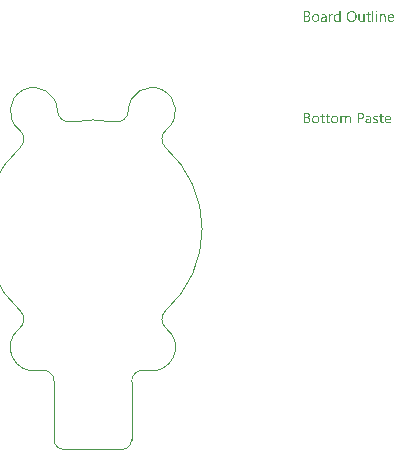
<source format=gbp>
G04*
G04 #@! TF.GenerationSoftware,Altium Limited,Altium Designer,21.9.2 (33)*
G04*
G04 Layer_Color=128*
%FSAX25Y25*%
%MOIN*%
G70*
G04*
G04 #@! TF.SameCoordinates,A6586CB6-8B30-4D09-AE0A-FB24D08DFB98*
G04*
G04*
G04 #@! TF.FilePolarity,Positive*
G04*
G01*
G75*
%ADD12C,0.00394*%
G36*
X0094583Y0072803D02*
X0094608D01*
X0094664Y0072779D01*
X0094695Y0072760D01*
X0094726Y0072735D01*
X0094732Y0072729D01*
X0094738Y0072723D01*
X0094769Y0072686D01*
X0094794Y0072624D01*
X0094800Y0072587D01*
X0094806Y0072550D01*
Y0072543D01*
Y0072531D01*
X0094800Y0072513D01*
X0094794Y0072488D01*
X0094775Y0072426D01*
X0094750Y0072395D01*
X0094726Y0072364D01*
X0094719D01*
X0094713Y0072351D01*
X0094676Y0072327D01*
X0094620Y0072302D01*
X0094583Y0072296D01*
X0094546Y0072290D01*
X0094527D01*
X0094509Y0072296D01*
X0094484D01*
X0094422Y0072321D01*
X0094391Y0072333D01*
X0094360Y0072358D01*
Y0072364D01*
X0094348Y0072370D01*
X0094336Y0072389D01*
X0094323Y0072407D01*
X0094298Y0072469D01*
X0094292Y0072506D01*
X0094286Y0072550D01*
Y0072556D01*
Y0072568D01*
X0094292Y0072587D01*
X0094298Y0072618D01*
X0094317Y0072673D01*
X0094336Y0072704D01*
X0094360Y0072735D01*
X0094366Y0072742D01*
X0094373Y0072748D01*
X0094410Y0072772D01*
X0094472Y0072797D01*
X0094509Y0072810D01*
X0094564D01*
X0094583Y0072803D01*
D02*
G37*
G36*
X0082593Y0069139D02*
X0082191D01*
Y0069560D01*
X0082178D01*
Y0069554D01*
X0082166Y0069541D01*
X0082147Y0069516D01*
X0082129Y0069485D01*
X0082098Y0069448D01*
X0082061Y0069411D01*
X0082017Y0069368D01*
X0081968Y0069325D01*
X0081912Y0069275D01*
X0081844Y0069232D01*
X0081776Y0069195D01*
X0081695Y0069157D01*
X0081615Y0069126D01*
X0081522Y0069102D01*
X0081423Y0069089D01*
X0081318Y0069083D01*
X0081275D01*
X0081238Y0069089D01*
X0081200Y0069096D01*
X0081151Y0069102D01*
X0081046Y0069126D01*
X0080922Y0069164D01*
X0080798Y0069226D01*
X0080730Y0069263D01*
X0080674Y0069306D01*
X0080612Y0069362D01*
X0080557Y0069417D01*
Y0069424D01*
X0080544Y0069436D01*
X0080532Y0069455D01*
X0080513Y0069479D01*
X0080495Y0069510D01*
X0080470Y0069554D01*
X0080445Y0069603D01*
X0080420Y0069659D01*
X0080389Y0069721D01*
X0080365Y0069789D01*
X0080340Y0069863D01*
X0080321Y0069944D01*
X0080303Y0070030D01*
X0080290Y0070129D01*
X0080284Y0070228D01*
X0080278Y0070334D01*
Y0070340D01*
Y0070358D01*
Y0070395D01*
X0080284Y0070439D01*
X0080290Y0070488D01*
X0080297Y0070550D01*
X0080303Y0070618D01*
X0080315Y0070693D01*
X0080352Y0070854D01*
X0080408Y0071021D01*
X0080445Y0071101D01*
X0080489Y0071182D01*
X0080532Y0071256D01*
X0080588Y0071330D01*
X0080594Y0071336D01*
X0080600Y0071349D01*
X0080618Y0071367D01*
X0080643Y0071392D01*
X0080674Y0071417D01*
X0080717Y0071448D01*
X0080761Y0071485D01*
X0080810Y0071522D01*
X0080934Y0071590D01*
X0081077Y0071652D01*
X0081157Y0071671D01*
X0081244Y0071689D01*
X0081330Y0071702D01*
X0081429Y0071708D01*
X0081479D01*
X0081516Y0071702D01*
X0081553Y0071695D01*
X0081603Y0071689D01*
X0081714Y0071658D01*
X0081838Y0071609D01*
X0081900Y0071578D01*
X0081962Y0071534D01*
X0082024Y0071491D01*
X0082079Y0071435D01*
X0082129Y0071373D01*
X0082178Y0071299D01*
X0082191D01*
Y0072859D01*
X0082593D01*
Y0069139D01*
D02*
G37*
G36*
X0096861Y0071702D02*
X0096935Y0071695D01*
X0097028Y0071677D01*
X0097127Y0071646D01*
X0097232Y0071596D01*
X0097338Y0071528D01*
X0097381Y0071491D01*
X0097424Y0071442D01*
X0097437Y0071429D01*
X0097461Y0071392D01*
X0097492Y0071330D01*
X0097536Y0071244D01*
X0097573Y0071138D01*
X0097610Y0071008D01*
X0097635Y0070854D01*
X0097641Y0070674D01*
Y0069139D01*
X0097239D01*
Y0070569D01*
Y0070575D01*
Y0070606D01*
X0097232Y0070643D01*
Y0070693D01*
X0097220Y0070754D01*
X0097208Y0070823D01*
X0097189Y0070897D01*
X0097164Y0070971D01*
X0097133Y0071045D01*
X0097096Y0071114D01*
X0097047Y0071182D01*
X0096991Y0071244D01*
X0096929Y0071293D01*
X0096849Y0071330D01*
X0096762Y0071361D01*
X0096657Y0071367D01*
X0096644D01*
X0096607Y0071361D01*
X0096552Y0071355D01*
X0096483Y0071336D01*
X0096403Y0071312D01*
X0096316Y0071268D01*
X0096236Y0071213D01*
X0096155Y0071138D01*
X0096149Y0071126D01*
X0096124Y0071101D01*
X0096093Y0071052D01*
X0096056Y0070983D01*
X0096019Y0070903D01*
X0095988Y0070804D01*
X0095964Y0070693D01*
X0095957Y0070569D01*
Y0069139D01*
X0095555D01*
Y0071652D01*
X0095957D01*
Y0071231D01*
X0095970D01*
X0095976Y0071237D01*
X0095982Y0071250D01*
X0096001Y0071275D01*
X0096025Y0071305D01*
X0096050Y0071342D01*
X0096087Y0071380D01*
X0096131Y0071423D01*
X0096180Y0071473D01*
X0096236Y0071516D01*
X0096298Y0071559D01*
X0096366Y0071596D01*
X0096440Y0071633D01*
X0096514Y0071664D01*
X0096601Y0071689D01*
X0096694Y0071702D01*
X0096793Y0071708D01*
X0096830D01*
X0096861Y0071702D01*
D02*
G37*
G36*
X0079863Y0071689D02*
X0079937Y0071683D01*
X0079981Y0071671D01*
X0080012Y0071658D01*
Y0071244D01*
X0080006Y0071250D01*
X0079993Y0071256D01*
X0079969Y0071268D01*
X0079937Y0071287D01*
X0079894Y0071299D01*
X0079839Y0071312D01*
X0079777Y0071318D01*
X0079708Y0071324D01*
X0079696D01*
X0079665Y0071318D01*
X0079616Y0071312D01*
X0079560Y0071293D01*
X0079486Y0071262D01*
X0079418Y0071219D01*
X0079343Y0071157D01*
X0079275Y0071076D01*
X0079269Y0071064D01*
X0079251Y0071033D01*
X0079220Y0070977D01*
X0079189Y0070903D01*
X0079158Y0070810D01*
X0079127Y0070693D01*
X0079108Y0070563D01*
X0079102Y0070414D01*
Y0069139D01*
X0078699D01*
Y0071652D01*
X0079102D01*
Y0071132D01*
X0079114D01*
Y0071138D01*
X0079120Y0071144D01*
X0079133Y0071175D01*
X0079151Y0071225D01*
X0079182Y0071287D01*
X0079213Y0071349D01*
X0079263Y0071417D01*
X0079312Y0071485D01*
X0079374Y0071547D01*
X0079380Y0071553D01*
X0079405Y0071572D01*
X0079442Y0071596D01*
X0079492Y0071621D01*
X0079548Y0071646D01*
X0079616Y0071671D01*
X0079690Y0071689D01*
X0079770Y0071695D01*
X0079826D01*
X0079863Y0071689D01*
D02*
G37*
G36*
X0090603Y0069139D02*
X0090201D01*
Y0069535D01*
X0090188D01*
Y0069529D01*
X0090176Y0069516D01*
X0090163Y0069492D01*
X0090139Y0069467D01*
X0090083Y0069393D01*
X0089996Y0069312D01*
X0089947Y0069269D01*
X0089891Y0069226D01*
X0089829Y0069188D01*
X0089755Y0069151D01*
X0089681Y0069126D01*
X0089600Y0069102D01*
X0089507Y0069089D01*
X0089414Y0069083D01*
X0089377D01*
X0089334Y0069089D01*
X0089272Y0069102D01*
X0089204Y0069114D01*
X0089130Y0069139D01*
X0089049Y0069170D01*
X0088969Y0069219D01*
X0088882Y0069275D01*
X0088802Y0069343D01*
X0088727Y0069430D01*
X0088659Y0069535D01*
X0088597Y0069653D01*
X0088554Y0069795D01*
X0088529Y0069962D01*
X0088517Y0070049D01*
Y0070148D01*
Y0071652D01*
X0088913D01*
Y0070210D01*
Y0070204D01*
Y0070179D01*
X0088919Y0070135D01*
X0088925Y0070086D01*
X0088932Y0070024D01*
X0088944Y0069962D01*
X0088963Y0069888D01*
X0088987Y0069814D01*
X0089025Y0069739D01*
X0089062Y0069671D01*
X0089111Y0069603D01*
X0089173Y0069541D01*
X0089241Y0069492D01*
X0089322Y0069455D01*
X0089421Y0069424D01*
X0089526Y0069417D01*
X0089538D01*
X0089575Y0069424D01*
X0089631Y0069430D01*
X0089693Y0069442D01*
X0089773Y0069473D01*
X0089854Y0069510D01*
X0089934Y0069560D01*
X0090009Y0069634D01*
X0090015Y0069647D01*
X0090040Y0069671D01*
X0090071Y0069721D01*
X0090108Y0069789D01*
X0090139Y0069869D01*
X0090170Y0069968D01*
X0090194Y0070080D01*
X0090201Y0070204D01*
Y0071652D01*
X0090603D01*
Y0069139D01*
D02*
G37*
G36*
X0094738D02*
X0094336D01*
Y0071652D01*
X0094738D01*
Y0069139D01*
D02*
G37*
G36*
X0093518D02*
X0093116D01*
Y0072859D01*
X0093518D01*
Y0069139D01*
D02*
G37*
G36*
X0077140Y0071702D02*
X0077195Y0071695D01*
X0077263Y0071677D01*
X0077338Y0071658D01*
X0077418Y0071627D01*
X0077505Y0071590D01*
X0077585Y0071541D01*
X0077666Y0071479D01*
X0077740Y0071404D01*
X0077808Y0071312D01*
X0077864Y0071206D01*
X0077907Y0071083D01*
X0077932Y0070940D01*
X0077944Y0070773D01*
Y0069139D01*
X0077542D01*
Y0069529D01*
X0077530D01*
Y0069523D01*
X0077517Y0069510D01*
X0077505Y0069485D01*
X0077480Y0069461D01*
X0077418Y0069387D01*
X0077338Y0069306D01*
X0077226Y0069226D01*
X0077096Y0069151D01*
X0077016Y0069126D01*
X0076935Y0069102D01*
X0076849Y0069089D01*
X0076756Y0069083D01*
X0076719D01*
X0076694Y0069089D01*
X0076626Y0069096D01*
X0076545Y0069108D01*
X0076446Y0069133D01*
X0076354Y0069164D01*
X0076254Y0069213D01*
X0076168Y0069275D01*
X0076162Y0069288D01*
X0076137Y0069312D01*
X0076100Y0069356D01*
X0076063Y0069417D01*
X0076025Y0069492D01*
X0075988Y0069578D01*
X0075964Y0069684D01*
X0075957Y0069801D01*
Y0069807D01*
Y0069832D01*
X0075964Y0069869D01*
X0075970Y0069913D01*
X0075982Y0069968D01*
X0076001Y0070030D01*
X0076025Y0070098D01*
X0076063Y0070166D01*
X0076106Y0070241D01*
X0076162Y0070315D01*
X0076230Y0070383D01*
X0076310Y0070445D01*
X0076403Y0070507D01*
X0076515Y0070556D01*
X0076638Y0070594D01*
X0076787Y0070625D01*
X0077542Y0070730D01*
Y0070736D01*
Y0070754D01*
X0077536Y0070792D01*
Y0070829D01*
X0077523Y0070878D01*
X0077517Y0070934D01*
X0077480Y0071052D01*
X0077449Y0071107D01*
X0077418Y0071163D01*
X0077375Y0071219D01*
X0077325Y0071268D01*
X0077263Y0071312D01*
X0077195Y0071342D01*
X0077115Y0071361D01*
X0077022Y0071367D01*
X0076979D01*
X0076948Y0071361D01*
X0076904D01*
X0076861Y0071349D01*
X0076750Y0071330D01*
X0076626Y0071293D01*
X0076490Y0071237D01*
X0076415Y0071200D01*
X0076347Y0071163D01*
X0076273Y0071114D01*
X0076205Y0071058D01*
Y0071473D01*
X0076211D01*
X0076224Y0071485D01*
X0076242Y0071497D01*
X0076273Y0071510D01*
X0076304Y0071528D01*
X0076347Y0071547D01*
X0076397Y0071565D01*
X0076453Y0071590D01*
X0076576Y0071633D01*
X0076725Y0071671D01*
X0076886Y0071695D01*
X0077059Y0071708D01*
X0077096D01*
X0077140Y0071702D01*
D02*
G37*
G36*
X0071451Y0072649D02*
X0071494D01*
X0071538Y0072642D01*
X0071637Y0072630D01*
X0071754Y0072599D01*
X0071878Y0072562D01*
X0071996Y0072506D01*
X0072101Y0072432D01*
X0072107D01*
X0072113Y0072420D01*
X0072144Y0072395D01*
X0072188Y0072345D01*
X0072237Y0072277D01*
X0072281Y0072191D01*
X0072324Y0072092D01*
X0072355Y0071980D01*
X0072367Y0071918D01*
Y0071850D01*
Y0071844D01*
Y0071838D01*
Y0071801D01*
X0072361Y0071745D01*
X0072349Y0071677D01*
X0072330Y0071590D01*
X0072299Y0071504D01*
X0072262Y0071417D01*
X0072206Y0071330D01*
X0072200Y0071318D01*
X0072175Y0071293D01*
X0072138Y0071256D01*
X0072089Y0071206D01*
X0072027Y0071157D01*
X0071952Y0071101D01*
X0071860Y0071058D01*
X0071761Y0071014D01*
Y0071008D01*
X0071779D01*
X0071798Y0071002D01*
X0071816Y0070996D01*
X0071884Y0070983D01*
X0071965Y0070959D01*
X0072052Y0070922D01*
X0072144Y0070878D01*
X0072237Y0070816D01*
X0072324Y0070736D01*
X0072336Y0070723D01*
X0072361Y0070693D01*
X0072392Y0070649D01*
X0072435Y0070581D01*
X0072472Y0070495D01*
X0072510Y0070395D01*
X0072534Y0070278D01*
X0072540Y0070148D01*
Y0070142D01*
Y0070129D01*
Y0070104D01*
X0072534Y0070074D01*
X0072528Y0070037D01*
X0072522Y0069993D01*
X0072497Y0069888D01*
X0072460Y0069770D01*
X0072404Y0069647D01*
X0072367Y0069591D01*
X0072324Y0069529D01*
X0072268Y0069473D01*
X0072212Y0069417D01*
X0072206D01*
X0072200Y0069405D01*
X0072181Y0069393D01*
X0072157Y0069374D01*
X0072126Y0069356D01*
X0072082Y0069331D01*
X0071990Y0069281D01*
X0071872Y0069226D01*
X0071736Y0069182D01*
X0071575Y0069151D01*
X0071494Y0069145D01*
X0071402Y0069139D01*
X0070374D01*
Y0072655D01*
X0071420D01*
X0071451Y0072649D01*
D02*
G37*
G36*
X0091946Y0071652D02*
X0092584D01*
Y0071305D01*
X0091946D01*
Y0069888D01*
Y0069876D01*
Y0069845D01*
X0091952Y0069801D01*
X0091958Y0069745D01*
X0091983Y0069628D01*
X0092002Y0069572D01*
X0092033Y0069529D01*
X0092039Y0069523D01*
X0092051Y0069510D01*
X0092070Y0069498D01*
X0092101Y0069479D01*
X0092138Y0069455D01*
X0092188Y0069442D01*
X0092250Y0069430D01*
X0092318Y0069424D01*
X0092342D01*
X0092373Y0069430D01*
X0092410Y0069436D01*
X0092497Y0069461D01*
X0092540Y0069479D01*
X0092584Y0069504D01*
Y0069157D01*
X0092577D01*
X0092559Y0069145D01*
X0092528Y0069139D01*
X0092485Y0069126D01*
X0092429Y0069114D01*
X0092367Y0069102D01*
X0092293Y0069096D01*
X0092206Y0069089D01*
X0092175D01*
X0092144Y0069096D01*
X0092101Y0069102D01*
X0092051Y0069114D01*
X0091996Y0069126D01*
X0091940Y0069151D01*
X0091878Y0069182D01*
X0091816Y0069219D01*
X0091754Y0069269D01*
X0091699Y0069325D01*
X0091649Y0069399D01*
X0091606Y0069479D01*
X0091575Y0069578D01*
X0091550Y0069690D01*
X0091544Y0069820D01*
Y0071305D01*
X0091117D01*
Y0071652D01*
X0091544D01*
Y0072265D01*
X0091946Y0072395D01*
Y0071652D01*
D02*
G37*
G36*
X0099473Y0071702D02*
X0099516Y0071695D01*
X0099560Y0071689D01*
X0099671Y0071671D01*
X0099795Y0071627D01*
X0099919Y0071572D01*
X0099981Y0071534D01*
X0100043Y0071491D01*
X0100098Y0071442D01*
X0100154Y0071386D01*
X0100160Y0071380D01*
X0100166Y0071373D01*
X0100179Y0071355D01*
X0100197Y0071330D01*
X0100216Y0071293D01*
X0100241Y0071256D01*
X0100266Y0071213D01*
X0100290Y0071157D01*
X0100315Y0071095D01*
X0100340Y0071033D01*
X0100364Y0070959D01*
X0100383Y0070878D01*
X0100402Y0070792D01*
X0100414Y0070705D01*
X0100426Y0070606D01*
Y0070501D01*
Y0070290D01*
X0098650D01*
Y0070284D01*
Y0070272D01*
Y0070253D01*
X0098656Y0070222D01*
X0098662Y0070185D01*
Y0070148D01*
X0098681Y0070049D01*
X0098712Y0069950D01*
X0098749Y0069838D01*
X0098805Y0069733D01*
X0098873Y0069640D01*
X0098885Y0069628D01*
X0098910Y0069603D01*
X0098959Y0069572D01*
X0099028Y0069529D01*
X0099114Y0069485D01*
X0099213Y0069455D01*
X0099331Y0069430D01*
X0099467Y0069417D01*
X0099510D01*
X0099541Y0069424D01*
X0099578D01*
X0099622Y0069430D01*
X0099727Y0069455D01*
X0099845Y0069485D01*
X0099975Y0069535D01*
X0100111Y0069603D01*
X0100179Y0069647D01*
X0100247Y0069696D01*
Y0069318D01*
X0100241D01*
X0100235Y0069306D01*
X0100216Y0069300D01*
X0100185Y0069281D01*
X0100154Y0069263D01*
X0100117Y0069244D01*
X0100067Y0069226D01*
X0100018Y0069201D01*
X0099956Y0069176D01*
X0099888Y0069157D01*
X0099739Y0069120D01*
X0099566Y0069096D01*
X0099374Y0069083D01*
X0099325D01*
X0099287Y0069089D01*
X0099244Y0069096D01*
X0099189Y0069102D01*
X0099071Y0069126D01*
X0098935Y0069164D01*
X0098799Y0069226D01*
X0098730Y0069269D01*
X0098662Y0069312D01*
X0098600Y0069362D01*
X0098539Y0069424D01*
X0098532Y0069430D01*
X0098526Y0069442D01*
X0098514Y0069461D01*
X0098489Y0069485D01*
X0098470Y0069523D01*
X0098446Y0069566D01*
X0098415Y0069616D01*
X0098390Y0069671D01*
X0098359Y0069733D01*
X0098334Y0069807D01*
X0098303Y0069888D01*
X0098285Y0069974D01*
X0098266Y0070067D01*
X0098248Y0070166D01*
X0098241Y0070272D01*
X0098235Y0070383D01*
Y0070389D01*
Y0070408D01*
Y0070439D01*
X0098241Y0070482D01*
X0098248Y0070532D01*
X0098254Y0070587D01*
X0098260Y0070655D01*
X0098278Y0070723D01*
X0098316Y0070872D01*
X0098371Y0071033D01*
X0098409Y0071114D01*
X0098458Y0071188D01*
X0098508Y0071268D01*
X0098563Y0071336D01*
X0098569Y0071342D01*
X0098582Y0071355D01*
X0098600Y0071373D01*
X0098625Y0071392D01*
X0098656Y0071423D01*
X0098693Y0071454D01*
X0098743Y0071485D01*
X0098792Y0071522D01*
X0098910Y0071590D01*
X0099052Y0071652D01*
X0099133Y0071671D01*
X0099213Y0071689D01*
X0099300Y0071702D01*
X0099393Y0071708D01*
X0099442D01*
X0099473Y0071702D01*
D02*
G37*
G36*
X0086431Y0072711D02*
X0086493Y0072704D01*
X0086567Y0072692D01*
X0086647Y0072673D01*
X0086734Y0072655D01*
X0086821Y0072630D01*
X0086920Y0072599D01*
X0087013Y0072556D01*
X0087112Y0072506D01*
X0087211Y0072451D01*
X0087304Y0072382D01*
X0087397Y0072308D01*
X0087483Y0072221D01*
X0087489Y0072215D01*
X0087502Y0072197D01*
X0087527Y0072172D01*
X0087551Y0072135D01*
X0087588Y0072085D01*
X0087625Y0072023D01*
X0087663Y0071955D01*
X0087706Y0071881D01*
X0087749Y0071788D01*
X0087787Y0071695D01*
X0087824Y0071590D01*
X0087861Y0071473D01*
X0087885Y0071355D01*
X0087910Y0071225D01*
X0087923Y0071083D01*
X0087929Y0070940D01*
Y0070928D01*
Y0070903D01*
Y0070860D01*
X0087923Y0070798D01*
X0087916Y0070723D01*
X0087904Y0070643D01*
X0087892Y0070550D01*
X0087873Y0070445D01*
X0087848Y0070340D01*
X0087817Y0070228D01*
X0087780Y0070117D01*
X0087737Y0070006D01*
X0087681Y0069888D01*
X0087619Y0069783D01*
X0087551Y0069677D01*
X0087471Y0069578D01*
X0087465Y0069572D01*
X0087452Y0069560D01*
X0087421Y0069535D01*
X0087390Y0069504D01*
X0087341Y0069461D01*
X0087285Y0069424D01*
X0087223Y0069374D01*
X0087149Y0069331D01*
X0087068Y0069288D01*
X0086976Y0069238D01*
X0086876Y0069201D01*
X0086765Y0069164D01*
X0086647Y0069126D01*
X0086524Y0069102D01*
X0086394Y0069089D01*
X0086251Y0069083D01*
X0086220D01*
X0086177Y0069089D01*
X0086128D01*
X0086066Y0069096D01*
X0085991Y0069108D01*
X0085911Y0069126D01*
X0085818Y0069145D01*
X0085725Y0069170D01*
X0085626Y0069201D01*
X0085527Y0069244D01*
X0085428Y0069288D01*
X0085329Y0069343D01*
X0085230Y0069411D01*
X0085137Y0069485D01*
X0085050Y0069572D01*
X0085044Y0069578D01*
X0085032Y0069597D01*
X0085007Y0069622D01*
X0084982Y0069659D01*
X0084945Y0069708D01*
X0084908Y0069770D01*
X0084871Y0069838D01*
X0084828Y0069919D01*
X0084784Y0070006D01*
X0084747Y0070098D01*
X0084710Y0070204D01*
X0084673Y0070321D01*
X0084648Y0070439D01*
X0084623Y0070569D01*
X0084611Y0070711D01*
X0084605Y0070854D01*
Y0070866D01*
Y0070891D01*
X0084611Y0070934D01*
Y0070996D01*
X0084617Y0071064D01*
X0084630Y0071151D01*
X0084642Y0071244D01*
X0084661Y0071342D01*
X0084685Y0071448D01*
X0084716Y0071559D01*
X0084753Y0071671D01*
X0084797Y0071782D01*
X0084852Y0071893D01*
X0084914Y0072005D01*
X0084982Y0072110D01*
X0085063Y0072209D01*
X0085069Y0072215D01*
X0085081Y0072234D01*
X0085112Y0072259D01*
X0085150Y0072290D01*
X0085193Y0072327D01*
X0085249Y0072370D01*
X0085317Y0072413D01*
X0085391Y0072463D01*
X0085478Y0072513D01*
X0085571Y0072556D01*
X0085669Y0072599D01*
X0085781Y0072636D01*
X0085905Y0072667D01*
X0086035Y0072698D01*
X0086171Y0072711D01*
X0086313Y0072717D01*
X0086381D01*
X0086431Y0072711D01*
D02*
G37*
G36*
X0074404Y0071702D02*
X0074447Y0071695D01*
X0074503Y0071689D01*
X0074626Y0071664D01*
X0074769Y0071621D01*
X0074911Y0071559D01*
X0074986Y0071522D01*
X0075054Y0071479D01*
X0075122Y0071423D01*
X0075184Y0071361D01*
X0075190Y0071355D01*
X0075196Y0071342D01*
X0075215Y0071324D01*
X0075233Y0071299D01*
X0075258Y0071262D01*
X0075283Y0071219D01*
X0075314Y0071169D01*
X0075345Y0071114D01*
X0075369Y0071045D01*
X0075400Y0070977D01*
X0075425Y0070897D01*
X0075450Y0070810D01*
X0075468Y0070717D01*
X0075487Y0070618D01*
X0075493Y0070513D01*
X0075499Y0070402D01*
Y0070395D01*
Y0070377D01*
Y0070346D01*
X0075493Y0070303D01*
X0075487Y0070253D01*
X0075481Y0070191D01*
X0075468Y0070129D01*
X0075456Y0070055D01*
X0075419Y0069907D01*
X0075357Y0069745D01*
X0075320Y0069665D01*
X0075270Y0069585D01*
X0075221Y0069510D01*
X0075159Y0069442D01*
X0075153Y0069436D01*
X0075140Y0069430D01*
X0075122Y0069411D01*
X0075097Y0069387D01*
X0075060Y0069362D01*
X0075023Y0069331D01*
X0074973Y0069294D01*
X0074918Y0069263D01*
X0074856Y0069232D01*
X0074787Y0069195D01*
X0074713Y0069164D01*
X0074633Y0069139D01*
X0074546Y0069114D01*
X0074453Y0069102D01*
X0074354Y0069089D01*
X0074249Y0069083D01*
X0074193D01*
X0074156Y0069089D01*
X0074113Y0069096D01*
X0074057Y0069102D01*
X0073995Y0069114D01*
X0073927Y0069126D01*
X0073785Y0069170D01*
X0073636Y0069232D01*
X0073562Y0069269D01*
X0073494Y0069318D01*
X0073426Y0069368D01*
X0073358Y0069430D01*
X0073351Y0069436D01*
X0073345Y0069448D01*
X0073327Y0069467D01*
X0073308Y0069492D01*
X0073283Y0069529D01*
X0073252Y0069572D01*
X0073221Y0069622D01*
X0073197Y0069677D01*
X0073166Y0069745D01*
X0073135Y0069814D01*
X0073104Y0069888D01*
X0073079Y0069974D01*
X0073042Y0070160D01*
X0073036Y0070259D01*
X0073030Y0070364D01*
Y0070371D01*
Y0070395D01*
Y0070426D01*
X0073036Y0070470D01*
X0073042Y0070519D01*
X0073048Y0070581D01*
X0073061Y0070649D01*
X0073073Y0070723D01*
X0073110Y0070885D01*
X0073172Y0071045D01*
X0073215Y0071126D01*
X0073259Y0071206D01*
X0073308Y0071281D01*
X0073370Y0071349D01*
X0073376Y0071355D01*
X0073388Y0071367D01*
X0073407Y0071380D01*
X0073432Y0071404D01*
X0073469Y0071429D01*
X0073512Y0071460D01*
X0073562Y0071497D01*
X0073618Y0071528D01*
X0073680Y0071559D01*
X0073754Y0071596D01*
X0073828Y0071627D01*
X0073915Y0071652D01*
X0074001Y0071677D01*
X0074100Y0071695D01*
X0074206Y0071702D01*
X0074311Y0071708D01*
X0074366D01*
X0074404Y0071702D01*
D02*
G37*
G36*
X0094503Y0037843D02*
X0094583Y0037837D01*
X0094670Y0037825D01*
X0094769Y0037800D01*
X0094868Y0037775D01*
X0094967Y0037738D01*
Y0037330D01*
X0094955Y0037336D01*
X0094917Y0037361D01*
X0094862Y0037385D01*
X0094787Y0037422D01*
X0094695Y0037453D01*
X0094583Y0037484D01*
X0094459Y0037503D01*
X0094329Y0037509D01*
X0094261D01*
X0094199Y0037497D01*
X0094125Y0037484D01*
X0094119D01*
X0094113Y0037478D01*
X0094076Y0037466D01*
X0094026Y0037441D01*
X0093970Y0037410D01*
X0093958Y0037404D01*
X0093933Y0037379D01*
X0093902Y0037342D01*
X0093871Y0037299D01*
X0093865Y0037286D01*
X0093853Y0037255D01*
X0093840Y0037212D01*
X0093834Y0037156D01*
Y0037150D01*
Y0037138D01*
Y0037119D01*
X0093840Y0037100D01*
X0093853Y0037045D01*
X0093871Y0036989D01*
X0093877Y0036977D01*
X0093896Y0036952D01*
X0093933Y0036915D01*
X0093976Y0036871D01*
X0093983D01*
X0093989Y0036865D01*
X0094026Y0036841D01*
X0094076Y0036810D01*
X0094144Y0036779D01*
X0094150D01*
X0094162Y0036772D01*
X0094181Y0036766D01*
X0094212Y0036754D01*
X0094280Y0036729D01*
X0094366Y0036692D01*
X0094373D01*
X0094397Y0036680D01*
X0094428Y0036667D01*
X0094466Y0036655D01*
X0094564Y0036612D01*
X0094664Y0036562D01*
X0094670D01*
X0094688Y0036550D01*
X0094713Y0036537D01*
X0094744Y0036519D01*
X0094818Y0036469D01*
X0094893Y0036407D01*
X0094899Y0036401D01*
X0094911Y0036395D01*
X0094924Y0036376D01*
X0094948Y0036351D01*
X0094992Y0036290D01*
X0095035Y0036209D01*
Y0036203D01*
X0095041Y0036191D01*
X0095053Y0036166D01*
X0095060Y0036135D01*
X0095072Y0036098D01*
X0095078Y0036054D01*
X0095085Y0035949D01*
Y0035943D01*
Y0035918D01*
X0095078Y0035881D01*
X0095072Y0035838D01*
X0095066Y0035788D01*
X0095047Y0035732D01*
X0095029Y0035683D01*
X0094998Y0035627D01*
X0094992Y0035621D01*
X0094985Y0035603D01*
X0094967Y0035578D01*
X0094942Y0035547D01*
X0094911Y0035510D01*
X0094874Y0035473D01*
X0094781Y0035398D01*
X0094775Y0035392D01*
X0094756Y0035386D01*
X0094732Y0035367D01*
X0094688Y0035349D01*
X0094645Y0035324D01*
X0094589Y0035305D01*
X0094534Y0035287D01*
X0094466Y0035268D01*
X0094459D01*
X0094434Y0035262D01*
X0094397Y0035256D01*
X0094354Y0035250D01*
X0094292Y0035237D01*
X0094230Y0035231D01*
X0094088Y0035225D01*
X0094026D01*
X0093952Y0035231D01*
X0093859Y0035243D01*
X0093754Y0035262D01*
X0093642Y0035287D01*
X0093531Y0035318D01*
X0093419Y0035367D01*
Y0035801D01*
X0093426D01*
X0093432Y0035788D01*
X0093450Y0035776D01*
X0093475Y0035763D01*
X0093543Y0035726D01*
X0093636Y0035683D01*
X0093741Y0035634D01*
X0093865Y0035596D01*
X0094001Y0035572D01*
X0094144Y0035559D01*
X0094193D01*
X0094224Y0035565D01*
X0094311Y0035578D01*
X0094410Y0035603D01*
X0094503Y0035646D01*
X0094546Y0035677D01*
X0094589Y0035708D01*
X0094620Y0035751D01*
X0094645Y0035794D01*
X0094664Y0035850D01*
X0094670Y0035912D01*
Y0035918D01*
Y0035931D01*
Y0035949D01*
X0094664Y0035968D01*
X0094651Y0036023D01*
X0094626Y0036079D01*
Y0036085D01*
X0094620Y0036092D01*
X0094595Y0036123D01*
X0094558Y0036166D01*
X0094503Y0036203D01*
X0094496D01*
X0094490Y0036215D01*
X0094453Y0036234D01*
X0094397Y0036271D01*
X0094323Y0036302D01*
X0094317D01*
X0094305Y0036308D01*
X0094286Y0036320D01*
X0094255Y0036333D01*
X0094187Y0036358D01*
X0094100Y0036395D01*
X0094094D01*
X0094069Y0036407D01*
X0094038Y0036420D01*
X0094001Y0036432D01*
X0093902Y0036475D01*
X0093803Y0036525D01*
X0093797Y0036531D01*
X0093785Y0036537D01*
X0093760Y0036550D01*
X0093729Y0036568D01*
X0093661Y0036618D01*
X0093593Y0036673D01*
X0093586Y0036680D01*
X0093580Y0036686D01*
X0093562Y0036704D01*
X0093543Y0036729D01*
X0093500Y0036791D01*
X0093463Y0036865D01*
Y0036871D01*
X0093457Y0036884D01*
X0093450Y0036909D01*
X0093444Y0036940D01*
X0093438Y0036977D01*
X0093432Y0037020D01*
X0093426Y0037125D01*
Y0037131D01*
Y0037156D01*
X0093432Y0037187D01*
X0093438Y0037231D01*
X0093444Y0037280D01*
X0093463Y0037330D01*
X0093481Y0037385D01*
X0093506Y0037435D01*
X0093512Y0037441D01*
X0093518Y0037459D01*
X0093537Y0037484D01*
X0093562Y0037515D01*
X0093630Y0037589D01*
X0093717Y0037664D01*
X0093723Y0037670D01*
X0093741Y0037676D01*
X0093766Y0037695D01*
X0093809Y0037713D01*
X0093853Y0037738D01*
X0093902Y0037763D01*
X0094026Y0037800D01*
X0094032D01*
X0094057Y0037806D01*
X0094088Y0037819D01*
X0094137Y0037825D01*
X0094187Y0037837D01*
X0094249Y0037843D01*
X0094385Y0037850D01*
X0094441D01*
X0094503Y0037843D01*
D02*
G37*
G36*
X0085311D02*
X0085366Y0037831D01*
X0085428Y0037819D01*
X0085496Y0037794D01*
X0085577Y0037763D01*
X0085651Y0037720D01*
X0085731Y0037670D01*
X0085806Y0037602D01*
X0085874Y0037515D01*
X0085936Y0037416D01*
X0085991Y0037305D01*
X0086028Y0037162D01*
X0086059Y0037008D01*
X0086066Y0036828D01*
Y0035281D01*
X0085663D01*
Y0036723D01*
Y0036729D01*
Y0036742D01*
Y0036760D01*
Y0036791D01*
X0085657Y0036865D01*
X0085645Y0036952D01*
X0085632Y0037051D01*
X0085608Y0037150D01*
X0085577Y0037243D01*
X0085533Y0037323D01*
X0085527Y0037330D01*
X0085509Y0037354D01*
X0085478Y0037385D01*
X0085428Y0037416D01*
X0085372Y0037453D01*
X0085298Y0037478D01*
X0085205Y0037503D01*
X0085100Y0037509D01*
X0085088D01*
X0085057Y0037503D01*
X0085007Y0037497D01*
X0084945Y0037478D01*
X0084877Y0037453D01*
X0084803Y0037410D01*
X0084729Y0037354D01*
X0084661Y0037274D01*
X0084654Y0037261D01*
X0084636Y0037231D01*
X0084605Y0037181D01*
X0084574Y0037113D01*
X0084537Y0037032D01*
X0084512Y0036940D01*
X0084487Y0036828D01*
X0084481Y0036711D01*
Y0035281D01*
X0084079D01*
Y0036772D01*
Y0036779D01*
Y0036803D01*
X0084073Y0036841D01*
Y0036890D01*
X0084060Y0036946D01*
X0084048Y0037008D01*
X0084029Y0037069D01*
X0084011Y0037144D01*
X0083980Y0037212D01*
X0083943Y0037274D01*
X0083893Y0037336D01*
X0083837Y0037391D01*
X0083775Y0037441D01*
X0083695Y0037478D01*
X0083608Y0037503D01*
X0083509Y0037509D01*
X0083497D01*
X0083466Y0037503D01*
X0083416Y0037497D01*
X0083354Y0037484D01*
X0083286Y0037453D01*
X0083212Y0037416D01*
X0083138Y0037361D01*
X0083070Y0037286D01*
X0083064Y0037274D01*
X0083045Y0037249D01*
X0083014Y0037200D01*
X0082983Y0037131D01*
X0082952Y0037051D01*
X0082921Y0036952D01*
X0082903Y0036841D01*
X0082896Y0036711D01*
Y0035281D01*
X0082494D01*
Y0037794D01*
X0082896D01*
Y0037391D01*
X0082909D01*
X0082915Y0037398D01*
X0082921Y0037410D01*
X0082940Y0037435D01*
X0082958Y0037466D01*
X0083020Y0037534D01*
X0083107Y0037620D01*
X0083218Y0037707D01*
X0083348Y0037775D01*
X0083429Y0037806D01*
X0083509Y0037831D01*
X0083596Y0037843D01*
X0083689Y0037850D01*
X0083732D01*
X0083781Y0037843D01*
X0083843Y0037831D01*
X0083912Y0037812D01*
X0083986Y0037788D01*
X0084060Y0037757D01*
X0084134Y0037707D01*
X0084141Y0037701D01*
X0084165Y0037682D01*
X0084196Y0037651D01*
X0084240Y0037608D01*
X0084283Y0037552D01*
X0084326Y0037490D01*
X0084370Y0037416D01*
X0084400Y0037330D01*
X0084407Y0037336D01*
X0084413Y0037354D01*
X0084431Y0037379D01*
X0084450Y0037410D01*
X0084481Y0037453D01*
X0084518Y0037497D01*
X0084562Y0037540D01*
X0084611Y0037589D01*
X0084667Y0037639D01*
X0084729Y0037682D01*
X0084797Y0037732D01*
X0084871Y0037769D01*
X0084951Y0037800D01*
X0085038Y0037825D01*
X0085137Y0037843D01*
X0085236Y0037850D01*
X0085273D01*
X0085311Y0037843D01*
D02*
G37*
G36*
X0092008D02*
X0092064Y0037837D01*
X0092132Y0037819D01*
X0092206Y0037800D01*
X0092287Y0037769D01*
X0092373Y0037732D01*
X0092454Y0037682D01*
X0092534Y0037620D01*
X0092608Y0037546D01*
X0092677Y0037453D01*
X0092732Y0037348D01*
X0092776Y0037224D01*
X0092800Y0037082D01*
X0092813Y0036915D01*
Y0035281D01*
X0092410D01*
Y0035671D01*
X0092398D01*
Y0035664D01*
X0092386Y0035652D01*
X0092373Y0035627D01*
X0092348Y0035603D01*
X0092287Y0035528D01*
X0092206Y0035448D01*
X0092095Y0035367D01*
X0091965Y0035293D01*
X0091884Y0035268D01*
X0091804Y0035243D01*
X0091717Y0035231D01*
X0091624Y0035225D01*
X0091587D01*
X0091562Y0035231D01*
X0091494Y0035237D01*
X0091414Y0035250D01*
X0091315Y0035274D01*
X0091222Y0035305D01*
X0091123Y0035355D01*
X0091036Y0035417D01*
X0091030Y0035429D01*
X0091005Y0035454D01*
X0090968Y0035497D01*
X0090931Y0035559D01*
X0090894Y0035634D01*
X0090857Y0035720D01*
X0090832Y0035825D01*
X0090826Y0035943D01*
Y0035949D01*
Y0035974D01*
X0090832Y0036011D01*
X0090838Y0036054D01*
X0090851Y0036110D01*
X0090869Y0036172D01*
X0090894Y0036240D01*
X0090931Y0036308D01*
X0090974Y0036382D01*
X0091030Y0036457D01*
X0091098Y0036525D01*
X0091179Y0036587D01*
X0091271Y0036649D01*
X0091383Y0036698D01*
X0091507Y0036735D01*
X0091655Y0036766D01*
X0092410Y0036871D01*
Y0036878D01*
Y0036896D01*
X0092404Y0036933D01*
Y0036970D01*
X0092392Y0037020D01*
X0092386Y0037076D01*
X0092348Y0037193D01*
X0092318Y0037249D01*
X0092287Y0037305D01*
X0092243Y0037361D01*
X0092194Y0037410D01*
X0092132Y0037453D01*
X0092064Y0037484D01*
X0091983Y0037503D01*
X0091890Y0037509D01*
X0091847D01*
X0091816Y0037503D01*
X0091773D01*
X0091729Y0037490D01*
X0091618Y0037472D01*
X0091494Y0037435D01*
X0091358Y0037379D01*
X0091284Y0037342D01*
X0091216Y0037305D01*
X0091141Y0037255D01*
X0091073Y0037200D01*
Y0037614D01*
X0091079D01*
X0091092Y0037627D01*
X0091110Y0037639D01*
X0091141Y0037651D01*
X0091172Y0037670D01*
X0091216Y0037688D01*
X0091265Y0037707D01*
X0091321Y0037732D01*
X0091445Y0037775D01*
X0091593Y0037812D01*
X0091754Y0037837D01*
X0091928Y0037850D01*
X0091965D01*
X0092008Y0037843D01*
D02*
G37*
G36*
X0089309Y0038790D02*
X0089359D01*
X0089408Y0038784D01*
X0089538Y0038759D01*
X0089674Y0038728D01*
X0089823Y0038679D01*
X0089965Y0038611D01*
X0090027Y0038568D01*
X0090089Y0038518D01*
X0090095D01*
X0090101Y0038506D01*
X0090120Y0038487D01*
X0090139Y0038469D01*
X0090188Y0038407D01*
X0090250Y0038320D01*
X0090306Y0038208D01*
X0090355Y0038078D01*
X0090393Y0037924D01*
X0090399Y0037837D01*
X0090405Y0037744D01*
Y0037738D01*
Y0037720D01*
Y0037695D01*
X0090399Y0037664D01*
X0090393Y0037620D01*
X0090386Y0037571D01*
X0090361Y0037453D01*
X0090318Y0037323D01*
X0090256Y0037187D01*
X0090219Y0037119D01*
X0090176Y0037051D01*
X0090120Y0036983D01*
X0090058Y0036921D01*
X0090052Y0036915D01*
X0090040Y0036909D01*
X0090021Y0036890D01*
X0089996Y0036871D01*
X0089959Y0036847D01*
X0089916Y0036822D01*
X0089866Y0036791D01*
X0089811Y0036766D01*
X0089749Y0036735D01*
X0089681Y0036704D01*
X0089600Y0036680D01*
X0089520Y0036655D01*
X0089334Y0036618D01*
X0089235Y0036612D01*
X0089130Y0036605D01*
X0088665D01*
Y0035281D01*
X0088251D01*
Y0038797D01*
X0089272D01*
X0089309Y0038790D01*
D02*
G37*
G36*
X0071451D02*
X0071494D01*
X0071538Y0038784D01*
X0071637Y0038772D01*
X0071754Y0038741D01*
X0071878Y0038704D01*
X0071996Y0038648D01*
X0072101Y0038574D01*
X0072107D01*
X0072113Y0038561D01*
X0072144Y0038537D01*
X0072188Y0038487D01*
X0072237Y0038419D01*
X0072281Y0038332D01*
X0072324Y0038233D01*
X0072355Y0038122D01*
X0072367Y0038060D01*
Y0037992D01*
Y0037986D01*
Y0037980D01*
Y0037942D01*
X0072361Y0037887D01*
X0072349Y0037819D01*
X0072330Y0037732D01*
X0072299Y0037645D01*
X0072262Y0037559D01*
X0072206Y0037472D01*
X0072200Y0037459D01*
X0072175Y0037435D01*
X0072138Y0037398D01*
X0072089Y0037348D01*
X0072027Y0037299D01*
X0071952Y0037243D01*
X0071860Y0037200D01*
X0071761Y0037156D01*
Y0037150D01*
X0071779D01*
X0071798Y0037144D01*
X0071816Y0037138D01*
X0071884Y0037125D01*
X0071965Y0037100D01*
X0072052Y0037063D01*
X0072144Y0037020D01*
X0072237Y0036958D01*
X0072324Y0036878D01*
X0072336Y0036865D01*
X0072361Y0036834D01*
X0072392Y0036791D01*
X0072435Y0036723D01*
X0072472Y0036636D01*
X0072510Y0036537D01*
X0072534Y0036420D01*
X0072540Y0036290D01*
Y0036283D01*
Y0036271D01*
Y0036246D01*
X0072534Y0036215D01*
X0072528Y0036178D01*
X0072522Y0036135D01*
X0072497Y0036030D01*
X0072460Y0035912D01*
X0072404Y0035788D01*
X0072367Y0035732D01*
X0072324Y0035671D01*
X0072268Y0035615D01*
X0072212Y0035559D01*
X0072206D01*
X0072200Y0035547D01*
X0072181Y0035534D01*
X0072157Y0035516D01*
X0072126Y0035497D01*
X0072082Y0035473D01*
X0071990Y0035423D01*
X0071872Y0035367D01*
X0071736Y0035324D01*
X0071575Y0035293D01*
X0071494Y0035287D01*
X0071402Y0035281D01*
X0070374D01*
Y0038797D01*
X0071420D01*
X0071451Y0038790D01*
D02*
G37*
G36*
X0096236Y0037794D02*
X0096873D01*
Y0037447D01*
X0096236D01*
Y0036030D01*
Y0036017D01*
Y0035986D01*
X0096242Y0035943D01*
X0096248Y0035887D01*
X0096273Y0035770D01*
X0096292Y0035714D01*
X0096323Y0035671D01*
X0096329Y0035664D01*
X0096341Y0035652D01*
X0096360Y0035640D01*
X0096391Y0035621D01*
X0096428Y0035596D01*
X0096477Y0035584D01*
X0096539Y0035572D01*
X0096607Y0035565D01*
X0096632D01*
X0096663Y0035572D01*
X0096700Y0035578D01*
X0096787Y0035603D01*
X0096830Y0035621D01*
X0096873Y0035646D01*
Y0035299D01*
X0096867D01*
X0096849Y0035287D01*
X0096818Y0035281D01*
X0096774Y0035268D01*
X0096719Y0035256D01*
X0096657Y0035243D01*
X0096583Y0035237D01*
X0096496Y0035231D01*
X0096465D01*
X0096434Y0035237D01*
X0096391Y0035243D01*
X0096341Y0035256D01*
X0096285Y0035268D01*
X0096230Y0035293D01*
X0096168Y0035324D01*
X0096106Y0035361D01*
X0096044Y0035411D01*
X0095988Y0035466D01*
X0095939Y0035541D01*
X0095895Y0035621D01*
X0095864Y0035720D01*
X0095840Y0035831D01*
X0095833Y0035961D01*
Y0037447D01*
X0095406D01*
Y0037794D01*
X0095833D01*
Y0038407D01*
X0096236Y0038537D01*
Y0037794D01*
D02*
G37*
G36*
X0078378D02*
X0079015D01*
Y0037447D01*
X0078378D01*
Y0036030D01*
Y0036017D01*
Y0035986D01*
X0078384Y0035943D01*
X0078390Y0035887D01*
X0078415Y0035770D01*
X0078433Y0035714D01*
X0078464Y0035671D01*
X0078470Y0035664D01*
X0078483Y0035652D01*
X0078501Y0035640D01*
X0078532Y0035621D01*
X0078570Y0035596D01*
X0078619Y0035584D01*
X0078681Y0035572D01*
X0078749Y0035565D01*
X0078774D01*
X0078805Y0035572D01*
X0078842Y0035578D01*
X0078929Y0035603D01*
X0078972Y0035621D01*
X0079015Y0035646D01*
Y0035299D01*
X0079009D01*
X0078991Y0035287D01*
X0078960Y0035281D01*
X0078916Y0035268D01*
X0078860Y0035256D01*
X0078799Y0035243D01*
X0078724Y0035237D01*
X0078638Y0035231D01*
X0078607D01*
X0078576Y0035237D01*
X0078532Y0035243D01*
X0078483Y0035256D01*
X0078427Y0035268D01*
X0078372Y0035293D01*
X0078310Y0035324D01*
X0078248Y0035361D01*
X0078186Y0035411D01*
X0078130Y0035466D01*
X0078081Y0035541D01*
X0078037Y0035621D01*
X0078006Y0035720D01*
X0077982Y0035831D01*
X0077975Y0035961D01*
Y0037447D01*
X0077548D01*
Y0037794D01*
X0077975D01*
Y0038407D01*
X0078378Y0038537D01*
Y0037794D01*
D02*
G37*
G36*
X0076675D02*
X0077313D01*
Y0037447D01*
X0076675D01*
Y0036030D01*
Y0036017D01*
Y0035986D01*
X0076682Y0035943D01*
X0076688Y0035887D01*
X0076713Y0035770D01*
X0076731Y0035714D01*
X0076762Y0035671D01*
X0076768Y0035664D01*
X0076781Y0035652D01*
X0076799Y0035640D01*
X0076830Y0035621D01*
X0076867Y0035596D01*
X0076917Y0035584D01*
X0076979Y0035572D01*
X0077047Y0035565D01*
X0077072D01*
X0077103Y0035572D01*
X0077140Y0035578D01*
X0077226Y0035603D01*
X0077270Y0035621D01*
X0077313Y0035646D01*
Y0035299D01*
X0077307D01*
X0077288Y0035287D01*
X0077257Y0035281D01*
X0077214Y0035268D01*
X0077158Y0035256D01*
X0077096Y0035243D01*
X0077022Y0035237D01*
X0076935Y0035231D01*
X0076904D01*
X0076873Y0035237D01*
X0076830Y0035243D01*
X0076781Y0035256D01*
X0076725Y0035268D01*
X0076669Y0035293D01*
X0076607Y0035324D01*
X0076545Y0035361D01*
X0076484Y0035411D01*
X0076428Y0035466D01*
X0076378Y0035541D01*
X0076335Y0035621D01*
X0076304Y0035720D01*
X0076279Y0035831D01*
X0076273Y0035961D01*
Y0037447D01*
X0075846D01*
Y0037794D01*
X0076273D01*
Y0038407D01*
X0076675Y0038537D01*
Y0037794D01*
D02*
G37*
G36*
X0098477Y0037843D02*
X0098520Y0037837D01*
X0098563Y0037831D01*
X0098675Y0037812D01*
X0098799Y0037769D01*
X0098922Y0037713D01*
X0098984Y0037676D01*
X0099046Y0037633D01*
X0099102Y0037583D01*
X0099158Y0037528D01*
X0099164Y0037521D01*
X0099170Y0037515D01*
X0099182Y0037497D01*
X0099201Y0037472D01*
X0099219Y0037435D01*
X0099244Y0037398D01*
X0099269Y0037354D01*
X0099294Y0037299D01*
X0099318Y0037237D01*
X0099343Y0037175D01*
X0099368Y0037100D01*
X0099387Y0037020D01*
X0099405Y0036933D01*
X0099418Y0036847D01*
X0099430Y0036748D01*
Y0036642D01*
Y0036432D01*
X0097653D01*
Y0036426D01*
Y0036413D01*
Y0036395D01*
X0097659Y0036364D01*
X0097666Y0036327D01*
Y0036290D01*
X0097684Y0036191D01*
X0097715Y0036092D01*
X0097752Y0035980D01*
X0097808Y0035875D01*
X0097876Y0035782D01*
X0097888Y0035770D01*
X0097913Y0035745D01*
X0097963Y0035714D01*
X0098031Y0035671D01*
X0098118Y0035627D01*
X0098217Y0035596D01*
X0098334Y0035572D01*
X0098470Y0035559D01*
X0098514D01*
X0098545Y0035565D01*
X0098582D01*
X0098625Y0035572D01*
X0098730Y0035596D01*
X0098848Y0035627D01*
X0098978Y0035677D01*
X0099114Y0035745D01*
X0099182Y0035788D01*
X0099250Y0035838D01*
Y0035460D01*
X0099244D01*
X0099238Y0035448D01*
X0099219Y0035442D01*
X0099189Y0035423D01*
X0099158Y0035404D01*
X0099120Y0035386D01*
X0099071Y0035367D01*
X0099021Y0035342D01*
X0098959Y0035318D01*
X0098891Y0035299D01*
X0098743Y0035262D01*
X0098569Y0035237D01*
X0098378Y0035225D01*
X0098328D01*
X0098291Y0035231D01*
X0098248Y0035237D01*
X0098192Y0035243D01*
X0098074Y0035268D01*
X0097938Y0035305D01*
X0097802Y0035367D01*
X0097734Y0035411D01*
X0097666Y0035454D01*
X0097604Y0035504D01*
X0097542Y0035565D01*
X0097536Y0035572D01*
X0097530Y0035584D01*
X0097517Y0035603D01*
X0097492Y0035627D01*
X0097474Y0035664D01*
X0097449Y0035708D01*
X0097418Y0035757D01*
X0097393Y0035813D01*
X0097362Y0035875D01*
X0097338Y0035949D01*
X0097307Y0036030D01*
X0097288Y0036116D01*
X0097270Y0036209D01*
X0097251Y0036308D01*
X0097245Y0036413D01*
X0097239Y0036525D01*
Y0036531D01*
Y0036550D01*
Y0036581D01*
X0097245Y0036624D01*
X0097251Y0036673D01*
X0097257Y0036729D01*
X0097263Y0036797D01*
X0097282Y0036865D01*
X0097319Y0037014D01*
X0097375Y0037175D01*
X0097412Y0037255D01*
X0097461Y0037330D01*
X0097511Y0037410D01*
X0097567Y0037478D01*
X0097573Y0037484D01*
X0097585Y0037497D01*
X0097604Y0037515D01*
X0097629Y0037534D01*
X0097659Y0037565D01*
X0097697Y0037596D01*
X0097746Y0037627D01*
X0097796Y0037664D01*
X0097913Y0037732D01*
X0098056Y0037794D01*
X0098136Y0037812D01*
X0098217Y0037831D01*
X0098303Y0037843D01*
X0098396Y0037850D01*
X0098446D01*
X0098477Y0037843D01*
D02*
G37*
G36*
X0080755D02*
X0080798Y0037837D01*
X0080854Y0037831D01*
X0080977Y0037806D01*
X0081120Y0037763D01*
X0081262Y0037701D01*
X0081336Y0037664D01*
X0081405Y0037620D01*
X0081473Y0037565D01*
X0081535Y0037503D01*
X0081541Y0037497D01*
X0081547Y0037484D01*
X0081565Y0037466D01*
X0081584Y0037441D01*
X0081609Y0037404D01*
X0081634Y0037361D01*
X0081665Y0037311D01*
X0081695Y0037255D01*
X0081720Y0037187D01*
X0081751Y0037119D01*
X0081776Y0037039D01*
X0081801Y0036952D01*
X0081819Y0036859D01*
X0081838Y0036760D01*
X0081844Y0036655D01*
X0081850Y0036543D01*
Y0036537D01*
Y0036519D01*
Y0036488D01*
X0081844Y0036444D01*
X0081838Y0036395D01*
X0081832Y0036333D01*
X0081819Y0036271D01*
X0081807Y0036197D01*
X0081770Y0036048D01*
X0081708Y0035887D01*
X0081671Y0035807D01*
X0081621Y0035726D01*
X0081572Y0035652D01*
X0081510Y0035584D01*
X0081504Y0035578D01*
X0081491Y0035572D01*
X0081473Y0035553D01*
X0081448Y0035528D01*
X0081411Y0035504D01*
X0081374Y0035473D01*
X0081324Y0035435D01*
X0081268Y0035404D01*
X0081207Y0035373D01*
X0081138Y0035336D01*
X0081064Y0035305D01*
X0080984Y0035281D01*
X0080897Y0035256D01*
X0080804Y0035243D01*
X0080705Y0035231D01*
X0080600Y0035225D01*
X0080544D01*
X0080507Y0035231D01*
X0080464Y0035237D01*
X0080408Y0035243D01*
X0080346Y0035256D01*
X0080278Y0035268D01*
X0080136Y0035312D01*
X0079987Y0035373D01*
X0079913Y0035411D01*
X0079845Y0035460D01*
X0079777Y0035510D01*
X0079708Y0035572D01*
X0079702Y0035578D01*
X0079696Y0035590D01*
X0079678Y0035609D01*
X0079659Y0035634D01*
X0079634Y0035671D01*
X0079603Y0035714D01*
X0079572Y0035763D01*
X0079548Y0035819D01*
X0079517Y0035887D01*
X0079486Y0035955D01*
X0079455Y0036030D01*
X0079430Y0036116D01*
X0079393Y0036302D01*
X0079387Y0036401D01*
X0079380Y0036506D01*
Y0036512D01*
Y0036537D01*
Y0036568D01*
X0079387Y0036612D01*
X0079393Y0036661D01*
X0079399Y0036723D01*
X0079411Y0036791D01*
X0079424Y0036865D01*
X0079461Y0037026D01*
X0079523Y0037187D01*
X0079566Y0037268D01*
X0079610Y0037348D01*
X0079659Y0037422D01*
X0079721Y0037490D01*
X0079727Y0037497D01*
X0079739Y0037509D01*
X0079758Y0037521D01*
X0079783Y0037546D01*
X0079820Y0037571D01*
X0079863Y0037602D01*
X0079913Y0037639D01*
X0079969Y0037670D01*
X0080030Y0037701D01*
X0080105Y0037738D01*
X0080179Y0037769D01*
X0080266Y0037794D01*
X0080352Y0037819D01*
X0080451Y0037837D01*
X0080557Y0037843D01*
X0080662Y0037850D01*
X0080717D01*
X0080755Y0037843D01*
D02*
G37*
G36*
X0074404D02*
X0074447Y0037837D01*
X0074503Y0037831D01*
X0074626Y0037806D01*
X0074769Y0037763D01*
X0074911Y0037701D01*
X0074986Y0037664D01*
X0075054Y0037620D01*
X0075122Y0037565D01*
X0075184Y0037503D01*
X0075190Y0037497D01*
X0075196Y0037484D01*
X0075215Y0037466D01*
X0075233Y0037441D01*
X0075258Y0037404D01*
X0075283Y0037361D01*
X0075314Y0037311D01*
X0075345Y0037255D01*
X0075369Y0037187D01*
X0075400Y0037119D01*
X0075425Y0037039D01*
X0075450Y0036952D01*
X0075468Y0036859D01*
X0075487Y0036760D01*
X0075493Y0036655D01*
X0075499Y0036543D01*
Y0036537D01*
Y0036519D01*
Y0036488D01*
X0075493Y0036444D01*
X0075487Y0036395D01*
X0075481Y0036333D01*
X0075468Y0036271D01*
X0075456Y0036197D01*
X0075419Y0036048D01*
X0075357Y0035887D01*
X0075320Y0035807D01*
X0075270Y0035726D01*
X0075221Y0035652D01*
X0075159Y0035584D01*
X0075153Y0035578D01*
X0075140Y0035572D01*
X0075122Y0035553D01*
X0075097Y0035528D01*
X0075060Y0035504D01*
X0075023Y0035473D01*
X0074973Y0035435D01*
X0074918Y0035404D01*
X0074856Y0035373D01*
X0074787Y0035336D01*
X0074713Y0035305D01*
X0074633Y0035281D01*
X0074546Y0035256D01*
X0074453Y0035243D01*
X0074354Y0035231D01*
X0074249Y0035225D01*
X0074193D01*
X0074156Y0035231D01*
X0074113Y0035237D01*
X0074057Y0035243D01*
X0073995Y0035256D01*
X0073927Y0035268D01*
X0073785Y0035312D01*
X0073636Y0035373D01*
X0073562Y0035411D01*
X0073494Y0035460D01*
X0073426Y0035510D01*
X0073358Y0035572D01*
X0073351Y0035578D01*
X0073345Y0035590D01*
X0073327Y0035609D01*
X0073308Y0035634D01*
X0073283Y0035671D01*
X0073252Y0035714D01*
X0073221Y0035763D01*
X0073197Y0035819D01*
X0073166Y0035887D01*
X0073135Y0035955D01*
X0073104Y0036030D01*
X0073079Y0036116D01*
X0073042Y0036302D01*
X0073036Y0036401D01*
X0073030Y0036506D01*
Y0036512D01*
Y0036537D01*
Y0036568D01*
X0073036Y0036612D01*
X0073042Y0036661D01*
X0073048Y0036723D01*
X0073061Y0036791D01*
X0073073Y0036865D01*
X0073110Y0037026D01*
X0073172Y0037187D01*
X0073215Y0037268D01*
X0073259Y0037348D01*
X0073308Y0037422D01*
X0073370Y0037490D01*
X0073376Y0037497D01*
X0073388Y0037509D01*
X0073407Y0037521D01*
X0073432Y0037546D01*
X0073469Y0037571D01*
X0073512Y0037602D01*
X0073562Y0037639D01*
X0073618Y0037670D01*
X0073680Y0037701D01*
X0073754Y0037738D01*
X0073828Y0037769D01*
X0073915Y0037794D01*
X0074001Y0037819D01*
X0074100Y0037837D01*
X0074206Y0037843D01*
X0074311Y0037850D01*
X0074366D01*
X0074404Y0037843D01*
D02*
G37*
%LPC*%
G36*
X0081479Y0071367D02*
X0081442D01*
X0081417Y0071361D01*
X0081349Y0071355D01*
X0081268Y0071336D01*
X0081176Y0071299D01*
X0081077Y0071250D01*
X0080984Y0071188D01*
X0080940Y0071144D01*
X0080897Y0071095D01*
X0080891Y0071083D01*
X0080866Y0071045D01*
X0080829Y0070983D01*
X0080792Y0070903D01*
X0080755Y0070798D01*
X0080717Y0070668D01*
X0080693Y0070519D01*
X0080686Y0070352D01*
Y0070346D01*
Y0070334D01*
Y0070309D01*
X0080693Y0070278D01*
Y0070247D01*
X0080699Y0070204D01*
X0080711Y0070104D01*
X0080736Y0069993D01*
X0080773Y0069882D01*
X0080823Y0069770D01*
X0080891Y0069665D01*
X0080903Y0069653D01*
X0080928Y0069628D01*
X0080971Y0069585D01*
X0081033Y0069541D01*
X0081114Y0069498D01*
X0081207Y0069455D01*
X0081312Y0069430D01*
X0081436Y0069417D01*
X0081467D01*
X0081491Y0069424D01*
X0081553Y0069430D01*
X0081627Y0069448D01*
X0081714Y0069479D01*
X0081807Y0069516D01*
X0081894Y0069578D01*
X0081980Y0069659D01*
X0081986Y0069671D01*
X0082011Y0069702D01*
X0082048Y0069758D01*
X0082086Y0069826D01*
X0082123Y0069913D01*
X0082160Y0070018D01*
X0082184Y0070142D01*
X0082191Y0070272D01*
Y0070643D01*
Y0070649D01*
Y0070655D01*
Y0070693D01*
X0082178Y0070748D01*
X0082166Y0070823D01*
X0082141Y0070903D01*
X0082104Y0070990D01*
X0082055Y0071076D01*
X0081986Y0071157D01*
X0081980Y0071163D01*
X0081949Y0071188D01*
X0081906Y0071225D01*
X0081850Y0071262D01*
X0081776Y0071299D01*
X0081689Y0071336D01*
X0081590Y0071361D01*
X0081479Y0071367D01*
D02*
G37*
G36*
X0077542Y0070408D02*
X0076935Y0070321D01*
X0076923D01*
X0076892Y0070315D01*
X0076843Y0070303D01*
X0076781Y0070290D01*
X0076713Y0070272D01*
X0076638Y0070247D01*
X0076576Y0070222D01*
X0076515Y0070185D01*
X0076508Y0070179D01*
X0076490Y0070166D01*
X0076471Y0070142D01*
X0076446Y0070104D01*
X0076415Y0070055D01*
X0076397Y0069993D01*
X0076378Y0069919D01*
X0076372Y0069832D01*
Y0069826D01*
Y0069801D01*
X0076378Y0069770D01*
X0076391Y0069727D01*
X0076403Y0069677D01*
X0076428Y0069628D01*
X0076459Y0069578D01*
X0076502Y0069529D01*
X0076508Y0069523D01*
X0076527Y0069510D01*
X0076558Y0069492D01*
X0076595Y0069473D01*
X0076644Y0069455D01*
X0076706Y0069436D01*
X0076775Y0069424D01*
X0076855Y0069417D01*
X0076867D01*
X0076904Y0069424D01*
X0076960Y0069430D01*
X0077028Y0069442D01*
X0077103Y0069467D01*
X0077189Y0069504D01*
X0077270Y0069560D01*
X0077344Y0069628D01*
X0077350Y0069640D01*
X0077375Y0069665D01*
X0077406Y0069708D01*
X0077443Y0069770D01*
X0077480Y0069851D01*
X0077511Y0069937D01*
X0077536Y0070043D01*
X0077542Y0070154D01*
Y0070408D01*
D02*
G37*
G36*
X0071259Y0072283D02*
X0070789D01*
Y0071144D01*
X0071265D01*
X0071327Y0071151D01*
X0071402Y0071163D01*
X0071488Y0071182D01*
X0071581Y0071213D01*
X0071662Y0071250D01*
X0071742Y0071305D01*
X0071748Y0071312D01*
X0071773Y0071336D01*
X0071804Y0071373D01*
X0071841Y0071429D01*
X0071872Y0071491D01*
X0071903Y0071572D01*
X0071928Y0071664D01*
X0071934Y0071770D01*
Y0071776D01*
Y0071794D01*
X0071928Y0071819D01*
X0071921Y0071850D01*
X0071897Y0071931D01*
X0071878Y0071980D01*
X0071847Y0072030D01*
X0071816Y0072073D01*
X0071767Y0072123D01*
X0071717Y0072166D01*
X0071649Y0072203D01*
X0071575Y0072234D01*
X0071482Y0072259D01*
X0071377Y0072277D01*
X0071259Y0072283D01*
D02*
G37*
G36*
Y0070773D02*
X0070789D01*
Y0069510D01*
X0071408D01*
X0071470Y0069516D01*
X0071556Y0069529D01*
X0071643Y0069554D01*
X0071736Y0069578D01*
X0071829Y0069622D01*
X0071909Y0069677D01*
X0071915Y0069684D01*
X0071940Y0069708D01*
X0071971Y0069745D01*
X0072008Y0069801D01*
X0072045Y0069869D01*
X0072076Y0069950D01*
X0072101Y0070049D01*
X0072107Y0070154D01*
Y0070160D01*
Y0070179D01*
X0072101Y0070210D01*
X0072095Y0070253D01*
X0072082Y0070296D01*
X0072064Y0070352D01*
X0072039Y0070408D01*
X0072002Y0070464D01*
X0071959Y0070519D01*
X0071903Y0070575D01*
X0071835Y0070631D01*
X0071748Y0070674D01*
X0071655Y0070717D01*
X0071538Y0070748D01*
X0071408Y0070767D01*
X0071259Y0070773D01*
D02*
G37*
G36*
X0099387Y0071367D02*
X0099337D01*
X0099287Y0071355D01*
X0099219Y0071342D01*
X0099145Y0071318D01*
X0099059Y0071281D01*
X0098978Y0071231D01*
X0098897Y0071163D01*
X0098891Y0071157D01*
X0098867Y0071126D01*
X0098836Y0071083D01*
X0098792Y0071021D01*
X0098749Y0070946D01*
X0098712Y0070854D01*
X0098681Y0070748D01*
X0098656Y0070631D01*
X0100012D01*
Y0070637D01*
Y0070649D01*
Y0070662D01*
Y0070686D01*
X0100005Y0070754D01*
X0099993Y0070829D01*
X0099968Y0070922D01*
X0099944Y0071008D01*
X0099900Y0071095D01*
X0099845Y0071175D01*
X0099838Y0071182D01*
X0099814Y0071206D01*
X0099777Y0071237D01*
X0099727Y0071275D01*
X0099659Y0071305D01*
X0099578Y0071336D01*
X0099492Y0071361D01*
X0099387Y0071367D01*
D02*
G37*
G36*
X0086282Y0072339D02*
X0086227D01*
X0086189Y0072333D01*
X0086140Y0072327D01*
X0086090Y0072321D01*
X0086028Y0072308D01*
X0085960Y0072290D01*
X0085818Y0072240D01*
X0085744Y0072209D01*
X0085663Y0072172D01*
X0085589Y0072123D01*
X0085515Y0072067D01*
X0085447Y0072005D01*
X0085379Y0071937D01*
X0085372Y0071931D01*
X0085366Y0071918D01*
X0085348Y0071893D01*
X0085323Y0071863D01*
X0085298Y0071825D01*
X0085273Y0071776D01*
X0085242Y0071720D01*
X0085211Y0071658D01*
X0085174Y0071584D01*
X0085143Y0071510D01*
X0085119Y0071423D01*
X0085094Y0071330D01*
X0085069Y0071231D01*
X0085050Y0071120D01*
X0085044Y0071008D01*
X0085038Y0070891D01*
Y0070885D01*
Y0070860D01*
Y0070829D01*
X0085044Y0070785D01*
X0085050Y0070730D01*
X0085057Y0070662D01*
X0085069Y0070594D01*
X0085081Y0070519D01*
X0085119Y0070352D01*
X0085180Y0070173D01*
X0085218Y0070086D01*
X0085261Y0070006D01*
X0085317Y0069919D01*
X0085372Y0069845D01*
X0085379Y0069838D01*
X0085391Y0069826D01*
X0085409Y0069807D01*
X0085434Y0069783D01*
X0085465Y0069752D01*
X0085509Y0069721D01*
X0085558Y0069684D01*
X0085608Y0069647D01*
X0085669Y0069609D01*
X0085738Y0069572D01*
X0085886Y0069510D01*
X0085973Y0069485D01*
X0086059Y0069467D01*
X0086152Y0069455D01*
X0086251Y0069448D01*
X0086307D01*
X0086350Y0069455D01*
X0086394Y0069461D01*
X0086456Y0069467D01*
X0086518Y0069479D01*
X0086586Y0069498D01*
X0086728Y0069541D01*
X0086809Y0069572D01*
X0086883Y0069609D01*
X0086957Y0069653D01*
X0087031Y0069702D01*
X0087099Y0069758D01*
X0087168Y0069826D01*
X0087174Y0069832D01*
X0087180Y0069845D01*
X0087198Y0069863D01*
X0087217Y0069894D01*
X0087248Y0069937D01*
X0087273Y0069981D01*
X0087304Y0070037D01*
X0087335Y0070098D01*
X0087366Y0070173D01*
X0087397Y0070253D01*
X0087427Y0070340D01*
X0087452Y0070433D01*
X0087471Y0070532D01*
X0087489Y0070643D01*
X0087495Y0070761D01*
X0087502Y0070885D01*
Y0070891D01*
Y0070915D01*
Y0070953D01*
X0087495Y0070996D01*
X0087489Y0071058D01*
X0087483Y0071126D01*
X0087477Y0071200D01*
X0087458Y0071281D01*
X0087421Y0071448D01*
X0087366Y0071627D01*
X0087328Y0071714D01*
X0087285Y0071801D01*
X0087229Y0071881D01*
X0087174Y0071955D01*
X0087168Y0071961D01*
X0087161Y0071974D01*
X0087143Y0071992D01*
X0087112Y0072017D01*
X0087081Y0072042D01*
X0087044Y0072079D01*
X0086994Y0072110D01*
X0086945Y0072147D01*
X0086883Y0072184D01*
X0086815Y0072215D01*
X0086740Y0072253D01*
X0086660Y0072277D01*
X0086573Y0072302D01*
X0086487Y0072321D01*
X0086387Y0072333D01*
X0086282Y0072339D01*
D02*
G37*
G36*
X0074280Y0071367D02*
X0074243D01*
X0074218Y0071361D01*
X0074144Y0071355D01*
X0074057Y0071336D01*
X0073958Y0071305D01*
X0073853Y0071256D01*
X0073754Y0071188D01*
X0073704Y0071151D01*
X0073661Y0071101D01*
X0073649Y0071089D01*
X0073624Y0071052D01*
X0073593Y0070996D01*
X0073549Y0070915D01*
X0073506Y0070810D01*
X0073475Y0070686D01*
X0073450Y0070544D01*
X0073438Y0070377D01*
Y0070371D01*
Y0070358D01*
Y0070334D01*
X0073444Y0070303D01*
Y0070266D01*
X0073450Y0070222D01*
X0073469Y0070123D01*
X0073494Y0070012D01*
X0073537Y0069894D01*
X0073593Y0069776D01*
X0073667Y0069671D01*
X0073680Y0069659D01*
X0073710Y0069634D01*
X0073760Y0069591D01*
X0073828Y0069547D01*
X0073915Y0069498D01*
X0074020Y0069455D01*
X0074144Y0069430D01*
X0074280Y0069417D01*
X0074317D01*
X0074342Y0069424D01*
X0074416Y0069430D01*
X0074503Y0069448D01*
X0074596Y0069479D01*
X0074701Y0069523D01*
X0074794Y0069585D01*
X0074880Y0069665D01*
X0074887Y0069677D01*
X0074911Y0069715D01*
X0074948Y0069770D01*
X0074986Y0069851D01*
X0075023Y0069956D01*
X0075060Y0070080D01*
X0075085Y0070222D01*
X0075091Y0070389D01*
Y0070395D01*
Y0070408D01*
Y0070433D01*
Y0070470D01*
X0075085Y0070507D01*
X0075078Y0070550D01*
X0075066Y0070655D01*
X0075041Y0070773D01*
X0075004Y0070891D01*
X0074948Y0071008D01*
X0074880Y0071114D01*
X0074868Y0071126D01*
X0074843Y0071151D01*
X0074794Y0071194D01*
X0074726Y0071244D01*
X0074639Y0071287D01*
X0074540Y0071330D01*
X0074416Y0071355D01*
X0074280Y0071367D01*
D02*
G37*
G36*
X0092410Y0036550D02*
X0091804Y0036463D01*
X0091791D01*
X0091760Y0036457D01*
X0091711Y0036444D01*
X0091649Y0036432D01*
X0091581Y0036413D01*
X0091507Y0036389D01*
X0091445Y0036364D01*
X0091383Y0036327D01*
X0091377Y0036320D01*
X0091358Y0036308D01*
X0091339Y0036283D01*
X0091315Y0036246D01*
X0091284Y0036197D01*
X0091265Y0036135D01*
X0091247Y0036061D01*
X0091241Y0035974D01*
Y0035968D01*
Y0035943D01*
X0091247Y0035912D01*
X0091259Y0035869D01*
X0091271Y0035819D01*
X0091296Y0035770D01*
X0091327Y0035720D01*
X0091370Y0035671D01*
X0091377Y0035664D01*
X0091395Y0035652D01*
X0091426Y0035634D01*
X0091463Y0035615D01*
X0091513Y0035596D01*
X0091575Y0035578D01*
X0091643Y0035565D01*
X0091723Y0035559D01*
X0091736D01*
X0091773Y0035565D01*
X0091829Y0035572D01*
X0091897Y0035584D01*
X0091971Y0035609D01*
X0092058Y0035646D01*
X0092138Y0035702D01*
X0092212Y0035770D01*
X0092219Y0035782D01*
X0092243Y0035807D01*
X0092274Y0035850D01*
X0092311Y0035912D01*
X0092348Y0035993D01*
X0092379Y0036079D01*
X0092404Y0036184D01*
X0092410Y0036296D01*
Y0036550D01*
D02*
G37*
G36*
X0089148Y0038425D02*
X0088665D01*
Y0036983D01*
X0089136D01*
X0089161Y0036989D01*
X0089198D01*
X0089241Y0036995D01*
X0089334Y0037008D01*
X0089439Y0037032D01*
X0089544Y0037063D01*
X0089650Y0037113D01*
X0089742Y0037175D01*
X0089755Y0037187D01*
X0089780Y0037212D01*
X0089817Y0037255D01*
X0089860Y0037317D01*
X0089897Y0037398D01*
X0089934Y0037490D01*
X0089959Y0037602D01*
X0089972Y0037726D01*
Y0037732D01*
Y0037757D01*
X0089965Y0037788D01*
X0089959Y0037837D01*
X0089947Y0037887D01*
X0089928Y0037949D01*
X0089903Y0038010D01*
X0089866Y0038078D01*
X0089823Y0038140D01*
X0089773Y0038202D01*
X0089705Y0038264D01*
X0089625Y0038314D01*
X0089532Y0038363D01*
X0089421Y0038394D01*
X0089291Y0038419D01*
X0089148Y0038425D01*
D02*
G37*
G36*
X0071259D02*
X0070789D01*
Y0037286D01*
X0071265D01*
X0071327Y0037292D01*
X0071402Y0037305D01*
X0071488Y0037323D01*
X0071581Y0037354D01*
X0071662Y0037391D01*
X0071742Y0037447D01*
X0071748Y0037453D01*
X0071773Y0037478D01*
X0071804Y0037515D01*
X0071841Y0037571D01*
X0071872Y0037633D01*
X0071903Y0037713D01*
X0071928Y0037806D01*
X0071934Y0037911D01*
Y0037918D01*
Y0037936D01*
X0071928Y0037961D01*
X0071921Y0037992D01*
X0071897Y0038072D01*
X0071878Y0038122D01*
X0071847Y0038171D01*
X0071816Y0038215D01*
X0071767Y0038264D01*
X0071717Y0038307D01*
X0071649Y0038345D01*
X0071575Y0038376D01*
X0071482Y0038400D01*
X0071377Y0038419D01*
X0071259Y0038425D01*
D02*
G37*
G36*
Y0036915D02*
X0070789D01*
Y0035652D01*
X0071408D01*
X0071470Y0035658D01*
X0071556Y0035671D01*
X0071643Y0035695D01*
X0071736Y0035720D01*
X0071829Y0035763D01*
X0071909Y0035819D01*
X0071915Y0035825D01*
X0071940Y0035850D01*
X0071971Y0035887D01*
X0072008Y0035943D01*
X0072045Y0036011D01*
X0072076Y0036092D01*
X0072101Y0036191D01*
X0072107Y0036296D01*
Y0036302D01*
Y0036320D01*
X0072101Y0036351D01*
X0072095Y0036395D01*
X0072082Y0036438D01*
X0072064Y0036494D01*
X0072039Y0036550D01*
X0072002Y0036605D01*
X0071959Y0036661D01*
X0071903Y0036717D01*
X0071835Y0036772D01*
X0071748Y0036816D01*
X0071655Y0036859D01*
X0071538Y0036890D01*
X0071408Y0036909D01*
X0071259Y0036915D01*
D02*
G37*
G36*
X0098390Y0037509D02*
X0098340D01*
X0098291Y0037497D01*
X0098223Y0037484D01*
X0098149Y0037459D01*
X0098062Y0037422D01*
X0097981Y0037373D01*
X0097901Y0037305D01*
X0097895Y0037299D01*
X0097870Y0037268D01*
X0097839Y0037224D01*
X0097796Y0037162D01*
X0097752Y0037088D01*
X0097715Y0036995D01*
X0097684Y0036890D01*
X0097659Y0036772D01*
X0099015D01*
Y0036779D01*
Y0036791D01*
Y0036803D01*
Y0036828D01*
X0099009Y0036896D01*
X0098997Y0036970D01*
X0098972Y0037063D01*
X0098947Y0037150D01*
X0098904Y0037237D01*
X0098848Y0037317D01*
X0098842Y0037323D01*
X0098817Y0037348D01*
X0098780Y0037379D01*
X0098730Y0037416D01*
X0098662Y0037447D01*
X0098582Y0037478D01*
X0098495Y0037503D01*
X0098390Y0037509D01*
D02*
G37*
G36*
X0080631D02*
X0080594D01*
X0080569Y0037503D01*
X0080495Y0037497D01*
X0080408Y0037478D01*
X0080309Y0037447D01*
X0080204Y0037398D01*
X0080105Y0037330D01*
X0080055Y0037292D01*
X0080012Y0037243D01*
X0080000Y0037231D01*
X0079975Y0037193D01*
X0079944Y0037138D01*
X0079900Y0037057D01*
X0079857Y0036952D01*
X0079826Y0036828D01*
X0079801Y0036686D01*
X0079789Y0036519D01*
Y0036512D01*
Y0036500D01*
Y0036475D01*
X0079795Y0036444D01*
Y0036407D01*
X0079801Y0036364D01*
X0079820Y0036265D01*
X0079845Y0036153D01*
X0079888Y0036036D01*
X0079944Y0035918D01*
X0080018Y0035813D01*
X0080030Y0035801D01*
X0080061Y0035776D01*
X0080111Y0035732D01*
X0080179Y0035689D01*
X0080266Y0035640D01*
X0080371Y0035596D01*
X0080495Y0035572D01*
X0080631Y0035559D01*
X0080668D01*
X0080693Y0035565D01*
X0080767Y0035572D01*
X0080854Y0035590D01*
X0080946Y0035621D01*
X0081052Y0035664D01*
X0081145Y0035726D01*
X0081231Y0035807D01*
X0081238Y0035819D01*
X0081262Y0035856D01*
X0081299Y0035912D01*
X0081336Y0035993D01*
X0081374Y0036098D01*
X0081411Y0036222D01*
X0081436Y0036364D01*
X0081442Y0036531D01*
Y0036537D01*
Y0036550D01*
Y0036574D01*
Y0036612D01*
X0081436Y0036649D01*
X0081429Y0036692D01*
X0081417Y0036797D01*
X0081392Y0036915D01*
X0081355Y0037032D01*
X0081299Y0037150D01*
X0081231Y0037255D01*
X0081219Y0037268D01*
X0081194Y0037292D01*
X0081145Y0037336D01*
X0081077Y0037385D01*
X0080990Y0037429D01*
X0080891Y0037472D01*
X0080767Y0037497D01*
X0080631Y0037509D01*
D02*
G37*
G36*
X0074280D02*
X0074243D01*
X0074218Y0037503D01*
X0074144Y0037497D01*
X0074057Y0037478D01*
X0073958Y0037447D01*
X0073853Y0037398D01*
X0073754Y0037330D01*
X0073704Y0037292D01*
X0073661Y0037243D01*
X0073649Y0037231D01*
X0073624Y0037193D01*
X0073593Y0037138D01*
X0073549Y0037057D01*
X0073506Y0036952D01*
X0073475Y0036828D01*
X0073450Y0036686D01*
X0073438Y0036519D01*
Y0036512D01*
Y0036500D01*
Y0036475D01*
X0073444Y0036444D01*
Y0036407D01*
X0073450Y0036364D01*
X0073469Y0036265D01*
X0073494Y0036153D01*
X0073537Y0036036D01*
X0073593Y0035918D01*
X0073667Y0035813D01*
X0073680Y0035801D01*
X0073710Y0035776D01*
X0073760Y0035732D01*
X0073828Y0035689D01*
X0073915Y0035640D01*
X0074020Y0035596D01*
X0074144Y0035572D01*
X0074280Y0035559D01*
X0074317D01*
X0074342Y0035565D01*
X0074416Y0035572D01*
X0074503Y0035590D01*
X0074596Y0035621D01*
X0074701Y0035664D01*
X0074794Y0035726D01*
X0074880Y0035807D01*
X0074887Y0035819D01*
X0074911Y0035856D01*
X0074948Y0035912D01*
X0074986Y0035993D01*
X0075023Y0036098D01*
X0075060Y0036222D01*
X0075085Y0036364D01*
X0075091Y0036531D01*
Y0036537D01*
Y0036550D01*
Y0036574D01*
Y0036612D01*
X0075085Y0036649D01*
X0075078Y0036692D01*
X0075066Y0036797D01*
X0075041Y0036915D01*
X0075004Y0037032D01*
X0074948Y0037150D01*
X0074880Y0037255D01*
X0074868Y0037268D01*
X0074843Y0037292D01*
X0074794Y0037336D01*
X0074726Y0037385D01*
X0074639Y0037429D01*
X0074540Y0037472D01*
X0074416Y0037497D01*
X0074280Y0037509D01*
D02*
G37*
%LPD*%
D12*
X0024520Y0033155D02*
G03*
X0011812Y0039509I-0004835J0006215D01*
G01*
X-0011812D02*
G03*
X-0024520Y0033155I-0007873J-0000139D01*
G01*
X0007107Y0035717D02*
G03*
X0011812Y0039509I0000768J0003861D01*
G01*
X-0011812D02*
G03*
X-0007107Y0035717I0003936J0000069D01*
G01*
X0007107D02*
G03*
X-0007107Y0035717I-0007107J-0035717D01*
G01*
X0024520Y0033155D02*
G03*
X0024309Y0027116I0002417J-0003108D01*
G01*
X-0024309D02*
G03*
X-0024520Y0033155I-0002628J0002932D01*
G01*
X0024309Y-0027116D02*
G03*
X0024309Y0027116I-0024309J0027116D01*
G01*
X-0024309Y0027116D02*
G03*
X-0024309Y-0027116I0024309J-0027116D01*
G01*
X0024309Y-0027116D02*
G03*
X0024520Y-0033155I0002628J-0002932D01*
G01*
X-0024520Y-0033156D02*
G03*
X-0024309Y-0027116I-0002417J0003108D01*
G01*
X0017769Y-0047008D02*
G03*
X0024520Y-0033155I0001916J0007637D01*
G01*
X-0024520Y-0033156D02*
G03*
X-0017769Y-0047008I0004834J-0006215D01*
G01*
X0017769Y-0047008D02*
G03*
X0012874Y-0050825I-0000958J-0003819D01*
G01*
X-0012874Y-0050825D02*
G03*
X-0017769Y-0047008I-0003937J-0000001D01*
G01*
X-0012874Y-0070276D02*
G03*
X-0009724Y-0073425I0003145J-0000004D01*
G01*
X0009724D02*
G03*
X0012874Y-0070276I0000004J0003145D01*
G01*
Y-0051461D02*
X0012874Y-0050825D01*
X-0012874Y-0050825D02*
X-0012874Y-0051465D01*
X0012874Y-0070276D02*
Y-0051461D01*
X-0012874Y-0070276D02*
Y-0051465D01*
X-0009724Y-0073425D02*
X0009724D01*
M02*

</source>
